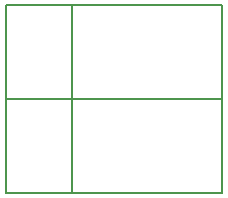
<source format=gbo>
G75*
G70*
%OFA0B0*%
%FSLAX24Y24*%
%IPPOS*%
%LPD*%
%AMOC8*
5,1,8,0,0,1.08239X$1,22.5*
%
%ADD10C,0.0050*%
D10*
X033101Y003505D02*
X033101Y006632D01*
X035301Y006632D01*
X035301Y009759D01*
X033101Y009759D02*
X033101Y006632D01*
X035301Y006632D02*
X035301Y003505D01*
X040301Y003505D01*
X040301Y006632D01*
X035301Y006632D01*
X035301Y003505D02*
X033101Y003505D01*
X040301Y006632D02*
X040301Y009759D01*
X033101Y009759D01*
M02*

</source>
